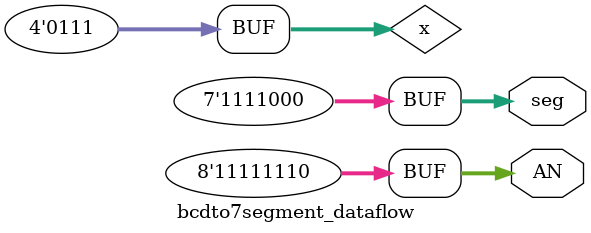
<source format=v>
`timescale 1ns / 1ps


module bcdto7segment_dataflow(
    output [7:0] AN,
    output [6:0] seg
    );
    
    reg [3:0] x;
    always @* begin
        x = 4'b0111;
    end
    assign AN = 8'b11111110;
    
    
    assign seg[0]=(x[0]&~x[1]&~x[2]&~x[3])|(~x[0]&~x[1]&x[2]&~x[3]);
    assign seg[1]=(~x[0]&x[1]&x[2])|(x[0]&~x[1]&x[2]);
    assign seg[2]=~x[0]&x[1]&~x[2]&~x[3];
    assign seg[3]=(x[0]&~x[1]&~x[2]&~x[3])|(~x[0]&~x[1]&x[2]&~x[3])|(x[0]&x[1]&x[2]&~x[3]);
    assign seg[4]=(~x[1]&x[2])|x[0];
    assign seg[5]=(x[0]&x[1])|(x[1]&~x[2]&~x[3])|(x[0]&~x[2]&~x[3]);
    assign seg[6]=(~x[1]&~x[2]&~x[3])|(x[0]&x[1]&x[2]&~x[3]);
    
endmodule

</source>
